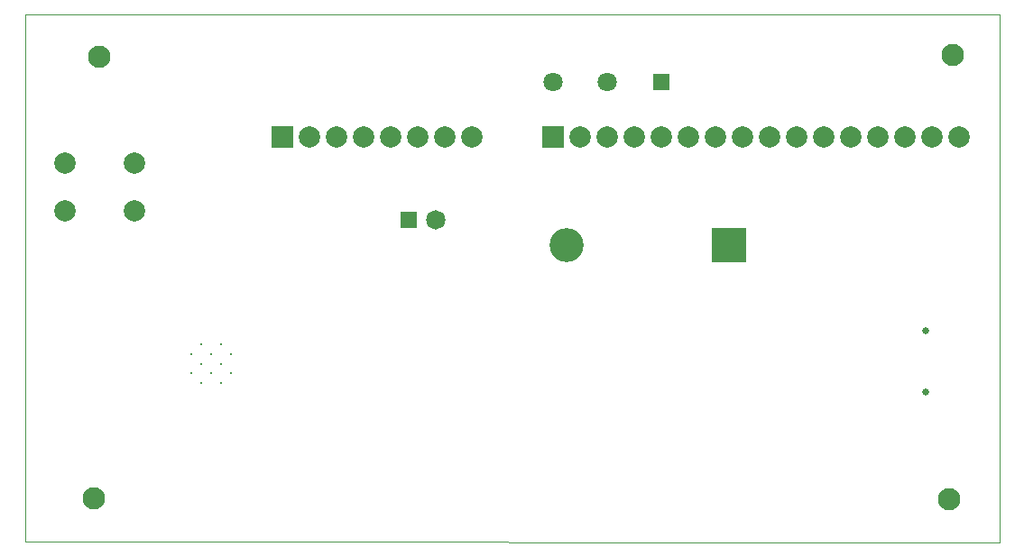
<source format=gbr>
%TF.GenerationSoftware,KiCad,Pcbnew,(6.0.8)*%
%TF.CreationDate,2022-12-01T23:18:13-05:00*%
%TF.ProjectId,HardwareDesign,48617264-7761-4726-9544-657369676e2e,1.0.*%
%TF.SameCoordinates,Original*%
%TF.FileFunction,Soldermask,Bot*%
%TF.FilePolarity,Negative*%
%FSLAX46Y46*%
G04 Gerber Fmt 4.6, Leading zero omitted, Abs format (unit mm)*
G04 Created by KiCad (PCBNEW (6.0.8)) date 2022-12-01 23:18:13*
%MOMM*%
%LPD*%
G01*
G04 APERTURE LIST*
%TA.AperFunction,Profile*%
%ADD10C,0.100000*%
%TD*%
%ADD11C,0.300000*%
%ADD12R,1.524000X1.524000*%
%ADD13C,1.824000*%
%ADD14R,2.000000X2.000000*%
%ADD15C,2.000000*%
%ADD16C,2.100000*%
%ADD17C,1.800000*%
%ADD18R,3.200000X3.200000*%
%ADD19O,3.200000X3.200000*%
%ADD20C,0.650000*%
G04 APERTURE END LIST*
D10*
X119380000Y-74828400D02*
X119405400Y-124434600D01*
X119405400Y-124434600D02*
X210845400Y-124460000D01*
X210820000Y-74853800D02*
X119380000Y-74828400D01*
X210845400Y-124460000D02*
X210820000Y-74853800D01*
D11*
%TO.C,U2*%
X135025000Y-108597500D03*
X135025000Y-106762500D03*
X135942500Y-109515000D03*
X135942500Y-107680000D03*
X135942500Y-105845000D03*
X136860000Y-108597500D03*
X136860000Y-106762500D03*
X137777500Y-109515000D03*
X137777500Y-107680000D03*
X137777500Y-105845000D03*
X138695000Y-108597500D03*
X138695000Y-106762500D03*
%TD*%
D12*
%TO.C,H1x2_1*%
X155422600Y-94132400D03*
D13*
X157962600Y-94132400D03*
%TD*%
D14*
%TO.C,U4*%
X168910000Y-86360000D03*
D15*
X171450000Y-86360000D03*
X173990000Y-86360000D03*
X176530000Y-86360000D03*
X179070000Y-86360000D03*
X181610000Y-86360000D03*
X184150000Y-86360000D03*
X186690000Y-86360000D03*
X189230000Y-86360000D03*
X191770000Y-86360000D03*
X194310000Y-86360000D03*
X196850000Y-86360000D03*
X199390000Y-86360000D03*
X201930000Y-86360000D03*
X204470000Y-86360000D03*
X207010000Y-86360000D03*
%TD*%
D14*
%TO.C,RFID1*%
X143510000Y-86360000D03*
D15*
X146050000Y-86360000D03*
X148590000Y-86360000D03*
X151130000Y-86360000D03*
X153670000Y-86360000D03*
X156210000Y-86360000D03*
X158750000Y-86360000D03*
X161290000Y-86360000D03*
%TD*%
D16*
%TO.C,H2*%
X206476600Y-78689200D03*
%TD*%
%TO.C,H4*%
X206146400Y-120421400D03*
%TD*%
%TO.C,H1*%
X126314200Y-78841600D03*
%TD*%
D15*
%TO.C,SW1*%
X129665800Y-93359800D03*
X123165800Y-93359800D03*
X129665800Y-88859800D03*
X123165800Y-88859800D03*
%TD*%
D12*
%TO.C,RV1*%
X179095400Y-81254600D03*
D17*
X174015400Y-81254600D03*
X168935400Y-81254600D03*
%TD*%
D18*
%TO.C,D1*%
X185420000Y-96520000D03*
D19*
X170180000Y-96520000D03*
%TD*%
D16*
%TO.C,H3*%
X125831600Y-120370600D03*
%TD*%
D20*
%TO.C,J1*%
X203931500Y-110382800D03*
X203931500Y-104602800D03*
%TD*%
M02*

</source>
